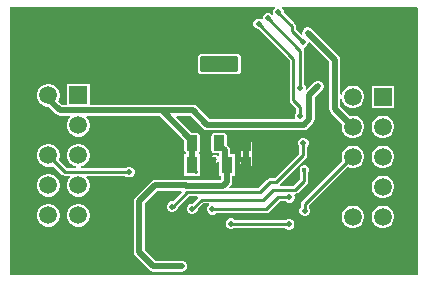
<source format=gbl>
G04*
G04 #@! TF.GenerationSoftware,Altium Limited,Altium Designer,24.5.2 (23)*
G04*
G04 Layer_Physical_Order=2*
G04 Layer_Color=16711680*
%FSLAX44Y44*%
%MOMM*%
G71*
G04*
G04 #@! TF.SameCoordinates,334194BA-0611-49C7-9BF9-9A22E77FB9F2*
G04*
G04*
G04 #@! TF.FilePolarity,Positive*
G04*
G01*
G75*
%ADD24C,0.5000*%
%ADD25C,0.2540*%
%ADD26C,1.5080*%
%ADD27R,1.5080X1.5080*%
%ADD28C,0.5000*%
%ADD29C,0.4000*%
%ADD30C,1.0000*%
%ADD31R,0.9144X1.4478*%
G04:AMPARAMS|DCode=32|XSize=3.24mm|YSize=1.31mm|CornerRadius=0.0983mm|HoleSize=0mm|Usage=FLASHONLY|Rotation=180.000|XOffset=0mm|YOffset=0mm|HoleType=Round|Shape=RoundedRectangle|*
%AMROUNDEDRECTD32*
21,1,3.2400,1.1135,0,0,180.0*
21,1,3.0435,1.3100,0,0,180.0*
1,1,0.1965,-1.5218,0.5568*
1,1,0.1965,1.5218,0.5568*
1,1,0.1965,1.5218,-0.5568*
1,1,0.1965,-1.5218,-0.5568*
%
%ADD32ROUNDEDRECTD32*%
G04:AMPARAMS|DCode=33|XSize=0.93mm|YSize=1.31mm|CornerRadius=0.0698mm|HoleSize=0mm|Usage=FLASHONLY|Rotation=180.000|XOffset=0mm|YOffset=0mm|HoleType=Round|Shape=RoundedRectangle|*
%AMROUNDEDRECTD33*
21,1,0.9300,1.1705,0,0,180.0*
21,1,0.7905,1.3100,0,0,180.0*
1,1,0.1395,-0.3953,0.5853*
1,1,0.1395,0.3953,0.5853*
1,1,0.1395,0.3953,-0.5853*
1,1,0.1395,-0.3953,-0.5853*
%
%ADD33ROUNDEDRECTD33*%
%ADD34C,0.3000*%
G36*
X1162549Y674734D02*
X1162549Y448319D01*
X817381D01*
Y675630D01*
X1041242Y675631D01*
X1041262Y675601D01*
X1041631Y674361D01*
X1040633Y673363D01*
X1039948Y671709D01*
Y669919D01*
X1040062Y669644D01*
X1038985Y668925D01*
X1038361Y669549D01*
X1036707Y670234D01*
X1034917D01*
X1033263Y669549D01*
X1031997Y668283D01*
X1031312Y666629D01*
Y665694D01*
X1030806Y665357D01*
X1030042Y665056D01*
X1028579Y665662D01*
X1026789D01*
X1025135Y664977D01*
X1023869Y663711D01*
X1023184Y662057D01*
Y660267D01*
X1023869Y658613D01*
X1025135Y657347D01*
X1026789Y656662D01*
X1027469D01*
X1053886Y630245D01*
Y596320D01*
X1054140Y595044D01*
X1054863Y593963D01*
X1059656Y589169D01*
Y585960D01*
X1059175Y585479D01*
X1058490Y583825D01*
Y582035D01*
X1058681Y581574D01*
X1057975Y580518D01*
X985931D01*
X975195Y591254D01*
X973706Y592249D01*
X971951Y592598D01*
X884570D01*
Y610250D01*
X865490D01*
Y592598D01*
X861503D01*
X857990Y596111D01*
X858520Y597028D01*
X859170Y599454D01*
Y601966D01*
X858520Y604392D01*
X857264Y606568D01*
X855488Y608344D01*
X853312Y609600D01*
X850886Y610250D01*
X848374D01*
X845948Y609600D01*
X843772Y608344D01*
X841996Y606568D01*
X840740Y604392D01*
X840090Y601966D01*
Y599454D01*
X840740Y597028D01*
X841996Y594852D01*
X843772Y593076D01*
X845948Y591820D01*
X848374Y591170D01*
X849954D01*
X856358Y584766D01*
X857847Y583771D01*
X859602Y583422D01*
X867854D01*
X868380Y582152D01*
X867396Y581168D01*
X866140Y578992D01*
X865490Y576566D01*
Y574054D01*
X866140Y571628D01*
X867396Y569452D01*
X869172Y567676D01*
X871348Y566420D01*
X873774Y565770D01*
X876286D01*
X878712Y566420D01*
X880888Y567676D01*
X882664Y569452D01*
X883920Y571628D01*
X884570Y574054D01*
Y576566D01*
X883920Y578992D01*
X882664Y581168D01*
X881680Y582152D01*
X882206Y583422D01*
X943979D01*
X964807Y562594D01*
Y554627D01*
X965016Y553575D01*
X965613Y552683D01*
X966199Y552291D01*
X965847Y551021D01*
X964724D01*
Y532543D01*
X974023D01*
X974368Y532474D01*
X974713Y532543D01*
X977868D01*
Y535698D01*
X977937Y536043D01*
X977868Y536388D01*
Y551021D01*
X977173D01*
X976821Y552291D01*
X977407Y552683D01*
X978003Y553575D01*
X978213Y554627D01*
Y566333D01*
X978003Y567385D01*
X977407Y568277D01*
X976515Y568873D01*
X975462Y569083D01*
X971296D01*
X958130Y582248D01*
X958616Y583422D01*
X970050D01*
X980786Y572686D01*
X982275Y571691D01*
X984031Y571342D01*
X1065890D01*
X1067645Y571691D01*
X1069134Y572686D01*
X1073922Y577474D01*
X1074917Y578962D01*
X1075266Y580718D01*
Y598877D01*
X1081474Y605086D01*
X1081725Y605462D01*
X1082045Y605781D01*
X1082218Y606198D01*
X1082469Y606574D01*
X1082557Y607018D01*
X1082730Y607435D01*
Y607887D01*
X1082818Y608330D01*
X1082730Y608773D01*
Y609225D01*
X1082557Y609642D01*
X1082469Y610086D01*
X1082218Y610462D01*
X1082045Y610879D01*
X1081725Y611199D01*
X1081474Y611574D01*
X1081098Y611825D01*
X1080779Y612145D01*
X1080362Y612318D01*
X1079986Y612569D01*
X1079542Y612657D01*
X1079125Y612830D01*
X1078673D01*
X1078230Y612918D01*
X1077787Y612830D01*
X1077335D01*
X1076917Y612657D01*
X1076474Y612569D01*
X1076098Y612318D01*
X1075681Y612145D01*
X1075361Y611825D01*
X1074986Y611574D01*
X1068361Y604950D01*
X1067285Y605670D01*
X1067490Y606165D01*
Y607955D01*
X1066805Y609609D01*
X1066324Y610090D01*
Y638556D01*
X1066070Y639832D01*
X1066026Y639898D01*
X1066062Y640210D01*
X1066589Y641341D01*
X1067825Y641853D01*
X1069091Y643119D01*
X1069776Y644773D01*
Y645075D01*
X1071046Y645601D01*
X1087612Y629035D01*
Y589280D01*
X1087961Y587524D01*
X1088956Y586036D01*
X1098279Y576712D01*
X1097900Y575296D01*
Y572784D01*
X1098550Y570358D01*
X1099806Y568182D01*
X1101582Y566406D01*
X1103758Y565150D01*
X1106184Y564500D01*
X1108696D01*
X1111122Y565150D01*
X1113298Y566406D01*
X1115074Y568182D01*
X1116330Y570358D01*
X1116980Y572784D01*
Y575296D01*
X1116330Y577722D01*
X1115074Y579898D01*
X1113298Y581674D01*
X1111122Y582930D01*
X1108696Y583580D01*
X1106184D01*
X1104768Y583201D01*
X1096788Y591180D01*
Y597427D01*
X1098058Y597594D01*
X1098550Y595758D01*
X1099806Y593582D01*
X1101582Y591806D01*
X1103758Y590550D01*
X1106184Y589900D01*
X1108696D01*
X1111122Y590550D01*
X1113298Y591806D01*
X1115074Y593582D01*
X1116330Y595758D01*
X1116980Y598184D01*
Y600696D01*
X1116330Y603122D01*
X1115074Y605298D01*
X1113298Y607074D01*
X1111122Y608330D01*
X1108696Y608980D01*
X1106184D01*
X1103758Y608330D01*
X1101582Y607074D01*
X1099806Y605298D01*
X1098550Y603122D01*
X1098058Y601286D01*
X1096788Y601453D01*
Y630936D01*
X1096439Y632692D01*
X1095444Y634180D01*
X1072584Y657040D01*
X1072208Y657291D01*
X1071889Y657611D01*
X1071472Y657784D01*
X1071096Y658035D01*
X1070652Y658123D01*
X1070235Y658296D01*
X1069783D01*
X1069340Y658384D01*
X1068897Y658296D01*
X1068445D01*
X1068027Y658123D01*
X1067584Y658035D01*
X1067208Y657784D01*
X1066791Y657611D01*
X1066471Y657291D01*
X1066096Y657040D01*
X1065845Y656665D01*
X1065525Y656345D01*
X1065352Y655928D01*
X1065101Y655552D01*
X1065013Y655108D01*
X1064840Y654691D01*
Y654239D01*
X1064752Y653796D01*
X1064840Y653353D01*
Y652901D01*
X1065013Y652484D01*
X1065023Y652432D01*
X1063853Y651806D01*
X1058958Y656701D01*
Y659529D01*
X1058704Y660805D01*
X1057981Y661887D01*
X1048948Y670920D01*
Y671709D01*
X1048263Y673363D01*
X1047265Y674361D01*
X1047634Y675601D01*
X1047654Y675631D01*
X1161651Y675632D01*
X1162549Y674734D01*
D02*
G37*
%LPC*%
G36*
X1009628Y635988D02*
X979193D01*
X978029Y635757D01*
X977042Y635098D01*
X976383Y634111D01*
X976152Y632948D01*
Y621813D01*
X976383Y620649D01*
X977042Y619662D01*
X978029Y619003D01*
X979193Y618772D01*
X1009628D01*
X1010791Y619003D01*
X1011778Y619662D01*
X1012437Y620649D01*
X1012668Y621813D01*
Y632948D01*
X1012437Y634111D01*
X1011778Y635098D01*
X1010791Y635757D01*
X1009628Y635988D01*
D02*
G37*
G36*
X1142380Y608980D02*
X1123300D01*
Y589900D01*
X1142380D01*
Y608980D01*
D02*
G37*
G36*
X1134096Y583580D02*
X1131584D01*
X1129158Y582930D01*
X1126982Y581674D01*
X1125206Y579898D01*
X1123950Y577722D01*
X1123300Y575296D01*
Y572784D01*
X1123950Y570358D01*
X1125206Y568182D01*
X1126982Y566406D01*
X1129158Y565150D01*
X1131584Y564500D01*
X1134096D01*
X1136522Y565150D01*
X1138698Y566406D01*
X1140474Y568182D01*
X1141730Y570358D01*
X1142380Y572784D01*
Y575296D01*
X1141730Y577722D01*
X1140474Y579898D01*
X1138698Y581674D01*
X1136522Y582930D01*
X1134096Y583580D01*
D02*
G37*
G36*
X998363Y569083D02*
X990458D01*
X989405Y568873D01*
X988513Y568277D01*
X987916Y567385D01*
X987707Y566333D01*
Y554627D01*
X987916Y553575D01*
X988513Y552683D01*
X989405Y552086D01*
X990458Y551877D01*
X994354D01*
Y550047D01*
X993671Y549703D01*
X993084Y549556D01*
X992130Y550194D01*
X990854Y550448D01*
X989578Y550194D01*
X988496Y549471D01*
X985194Y546169D01*
X984472Y545088D01*
X984218Y543812D01*
Y543163D01*
X984214Y543159D01*
X983492Y542078D01*
X983238Y540802D01*
X983492Y539526D01*
X984214Y538444D01*
X985296Y537721D01*
X986572Y537468D01*
X987848Y537721D01*
X988929Y538444D01*
X989910Y539425D01*
X990632Y540506D01*
X990886Y541782D01*
Y542431D01*
X993084Y544628D01*
X993614Y544553D01*
X994354Y544180D01*
Y543854D01*
X994442Y543411D01*
Y532543D01*
X996172D01*
Y529459D01*
X995557Y528844D01*
X967186D01*
X967101Y528880D01*
X966649D01*
X966206Y528968D01*
X939923D01*
X938168Y528618D01*
X936679Y527624D01*
X923602Y514546D01*
X922607Y513058D01*
X922258Y511302D01*
Y467614D01*
X922607Y465858D01*
X923602Y464370D01*
X935286Y452686D01*
X936774Y451691D01*
X938530Y451342D01*
X962660D01*
X963103Y451430D01*
X963555D01*
X963973Y451603D01*
X964416Y451691D01*
X964792Y451942D01*
X965209Y452115D01*
X965528Y452435D01*
X965904Y452686D01*
X966155Y453061D01*
X966475Y453381D01*
X966648Y453798D01*
X966899Y454174D01*
X966987Y454617D01*
X967160Y455035D01*
Y455487D01*
X967248Y455930D01*
X967160Y456373D01*
Y456825D01*
X966987Y457243D01*
X966899Y457686D01*
X966648Y458062D01*
X966475Y458479D01*
X966155Y458798D01*
X965904Y459174D01*
X965528Y459425D01*
X965209Y459745D01*
X964792Y459918D01*
X964416Y460169D01*
X963973Y460257D01*
X963555Y460430D01*
X963103D01*
X962660Y460518D01*
X940431D01*
X931434Y469515D01*
Y509402D01*
X941824Y519791D01*
X962139D01*
X962625Y518618D01*
X954983Y510976D01*
X953637D01*
X951983Y510291D01*
X950717Y509025D01*
X950032Y507371D01*
Y505581D01*
X950717Y503927D01*
X951983Y502661D01*
X953637Y501976D01*
X955427D01*
X957081Y502661D01*
X958347Y503927D01*
X959032Y505581D01*
Y505595D01*
X968732Y515295D01*
X975890D01*
X976416Y514025D01*
X971335Y508944D01*
X970655D01*
X969001Y508259D01*
X967735Y506993D01*
X967050Y505339D01*
Y503549D01*
X967735Y501895D01*
X969001Y500629D01*
X970655Y499944D01*
X972445D01*
X974099Y500629D01*
X975365Y501895D01*
X976050Y503549D01*
Y504229D01*
X980932Y509111D01*
X985557D01*
X985805Y508615D01*
X985946Y507841D01*
X984844Y506739D01*
X984159Y505085D01*
Y503295D01*
X984844Y501641D01*
X986110Y500375D01*
X987764Y499690D01*
X989554D01*
X991208Y500375D01*
X991689Y500856D01*
X1034158D01*
X1035434Y501110D01*
X1036516Y501833D01*
X1045687Y511004D01*
X1050786D01*
X1051266Y510523D01*
X1052920Y509838D01*
X1054711D01*
X1056365Y510523D01*
X1057630Y511789D01*
X1058316Y513443D01*
Y515233D01*
X1057958Y516096D01*
X1058807Y517366D01*
X1058926D01*
X1060202Y517620D01*
X1061283Y518343D01*
X1068694Y525753D01*
X1069417Y526835D01*
X1069671Y528111D01*
Y535224D01*
X1069728Y535280D01*
X1070337Y536751D01*
Y538342D01*
X1069728Y539812D01*
X1068603Y540937D01*
X1067132Y541546D01*
X1065541D01*
X1064071Y540937D01*
X1062946Y539812D01*
X1062337Y538342D01*
Y536751D01*
X1062946Y535280D01*
X1063003Y535224D01*
Y529492D01*
X1057545Y524034D01*
X1046136D01*
X1045610Y525304D01*
X1067905Y547599D01*
X1068628Y548681D01*
X1068881Y549957D01*
Y557114D01*
X1069436Y557668D01*
X1070121Y559322D01*
Y561113D01*
X1069436Y562766D01*
X1068170Y564032D01*
X1066516Y564717D01*
X1064726D01*
X1063072Y564032D01*
X1061806Y562766D01*
X1061121Y561113D01*
Y559322D01*
X1061806Y557668D01*
X1062213Y557261D01*
Y551338D01*
X1041260Y530384D01*
X1037336D01*
X1036060Y530130D01*
X1034978Y529408D01*
X1027534Y521964D01*
X1003314D01*
X1002828Y523137D01*
X1004004Y524314D01*
X1004999Y525802D01*
X1005348Y527558D01*
Y532543D01*
X1007586D01*
Y551021D01*
X1003530D01*
Y554048D01*
X1003181Y555804D01*
X1002186Y557292D01*
X1001113Y558366D01*
Y566333D01*
X1000903Y567385D01*
X1000307Y568277D01*
X999415Y568873D01*
X998363Y569083D01*
D02*
G37*
G36*
X876286Y559450D02*
X873774D01*
X871348Y558800D01*
X869172Y557544D01*
X867396Y555768D01*
X866140Y553592D01*
X865490Y551166D01*
Y548654D01*
X866140Y546228D01*
X867396Y544052D01*
X869172Y542276D01*
X871348Y541020D01*
X873124Y540544D01*
X872957Y539274D01*
X864981D01*
X858340Y545915D01*
X858520Y546228D01*
X859170Y548654D01*
Y551166D01*
X858520Y553592D01*
X857264Y555768D01*
X855488Y557544D01*
X853312Y558800D01*
X850886Y559450D01*
X848374D01*
X845948Y558800D01*
X843772Y557544D01*
X841996Y555768D01*
X840740Y553592D01*
X840090Y551166D01*
Y548654D01*
X840740Y546228D01*
X841996Y544052D01*
X843772Y542276D01*
X845948Y541020D01*
X848374Y540370D01*
X850886D01*
X853312Y541020D01*
X853624Y541200D01*
X861242Y533582D01*
X862324Y532860D01*
X863600Y532606D01*
X867838D01*
X868364Y531336D01*
X867396Y530368D01*
X866140Y528192D01*
X865490Y525766D01*
Y523254D01*
X866140Y520828D01*
X867396Y518652D01*
X869172Y516876D01*
X871348Y515620D01*
X873774Y514970D01*
X876286D01*
X878712Y515620D01*
X880888Y516876D01*
X882664Y518652D01*
X883920Y520828D01*
X884570Y523254D01*
Y525766D01*
X883920Y528192D01*
X882664Y530368D01*
X881696Y531336D01*
X882222Y532606D01*
X914926D01*
X915661Y531871D01*
X917315Y531186D01*
X919105D01*
X920759Y531871D01*
X922025Y533137D01*
X922710Y534791D01*
Y536581D01*
X922025Y538235D01*
X920759Y539501D01*
X919105Y540186D01*
X917315D01*
X915661Y539501D01*
X915434Y539274D01*
X877103D01*
X876936Y540544D01*
X878712Y541020D01*
X880888Y542276D01*
X882664Y544052D01*
X883920Y546228D01*
X884570Y548654D01*
Y551166D01*
X883920Y553592D01*
X882664Y555768D01*
X880888Y557544D01*
X878712Y558800D01*
X876286Y559450D01*
D02*
G37*
G36*
X1134096Y558180D02*
X1131584D01*
X1129158Y557530D01*
X1126982Y556274D01*
X1125206Y554498D01*
X1123950Y552322D01*
X1123300Y549896D01*
Y547384D01*
X1123950Y544958D01*
X1125206Y542782D01*
X1126982Y541006D01*
X1129158Y539750D01*
X1131584Y539100D01*
X1134096D01*
X1136522Y539750D01*
X1138698Y541006D01*
X1140474Y542782D01*
X1141730Y544958D01*
X1142380Y547384D01*
Y549896D01*
X1141730Y552322D01*
X1140474Y554498D01*
X1138698Y556274D01*
X1136522Y557530D01*
X1134096Y558180D01*
D02*
G37*
G36*
X1108696D02*
X1106184D01*
X1103758Y557530D01*
X1101582Y556274D01*
X1099806Y554498D01*
X1098550Y552322D01*
X1097900Y549896D01*
Y547384D01*
X1098456Y545308D01*
X1064443Y511294D01*
X1063720Y510212D01*
X1063466Y508936D01*
Y505853D01*
X1062985Y505372D01*
X1062300Y503718D01*
Y501928D01*
X1062985Y500274D01*
X1064251Y499008D01*
X1065905Y498323D01*
X1067695D01*
X1069349Y499008D01*
X1070615Y500274D01*
X1071300Y501928D01*
Y503718D01*
X1070615Y505372D01*
X1070134Y505853D01*
Y507555D01*
X1102852Y540273D01*
X1103758Y539750D01*
X1106184Y539100D01*
X1108696D01*
X1111122Y539750D01*
X1113298Y541006D01*
X1115074Y542782D01*
X1116330Y544958D01*
X1116980Y547384D01*
Y549896D01*
X1116330Y552322D01*
X1115074Y554498D01*
X1113298Y556274D01*
X1111122Y557530D01*
X1108696Y558180D01*
D02*
G37*
G36*
X1017270Y565028D02*
X1015514Y564679D01*
X1014026Y563684D01*
X1013031Y562196D01*
X1012682Y560440D01*
X1012702Y560340D01*
Y545270D01*
X1012412Y544836D01*
X1012158Y543560D01*
X1012412Y542284D01*
X1012697Y541857D01*
X1012682Y541782D01*
X1013031Y540026D01*
X1014026Y538538D01*
X1015514Y537543D01*
X1017270Y537194D01*
X1019026Y537543D01*
X1020514Y538538D01*
X1020534Y538558D01*
X1021529Y540046D01*
X1021878Y541802D01*
Y560420D01*
X1021529Y562176D01*
X1020534Y563664D01*
X1020514Y563684D01*
X1019026Y564679D01*
X1017270Y565028D01*
D02*
G37*
G36*
X850886Y534050D02*
X848374D01*
X845948Y533400D01*
X843772Y532144D01*
X841996Y530368D01*
X840740Y528192D01*
X840090Y525766D01*
Y523254D01*
X840740Y520828D01*
X841996Y518652D01*
X843772Y516876D01*
X845948Y515620D01*
X848374Y514970D01*
X850886D01*
X853312Y515620D01*
X855488Y516876D01*
X857264Y518652D01*
X858520Y520828D01*
X859170Y523254D01*
Y525766D01*
X858520Y528192D01*
X857264Y530368D01*
X855488Y532144D01*
X853312Y533400D01*
X850886Y534050D01*
D02*
G37*
G36*
X1134096Y532780D02*
X1131584D01*
X1129158Y532130D01*
X1126982Y530874D01*
X1125206Y529098D01*
X1123950Y526922D01*
X1123300Y524496D01*
Y521984D01*
X1123950Y519558D01*
X1125206Y517382D01*
X1126982Y515606D01*
X1129158Y514350D01*
X1131584Y513700D01*
X1134096D01*
X1136522Y514350D01*
X1138698Y515606D01*
X1140474Y517382D01*
X1141730Y519558D01*
X1142380Y521984D01*
Y524496D01*
X1141730Y526922D01*
X1140474Y529098D01*
X1138698Y530874D01*
X1136522Y532130D01*
X1134096Y532780D01*
D02*
G37*
G36*
X876286Y508650D02*
X873774D01*
X871348Y508000D01*
X869172Y506744D01*
X867396Y504968D01*
X866140Y502792D01*
X865490Y500366D01*
Y497854D01*
X866140Y495428D01*
X867396Y493252D01*
X869172Y491476D01*
X871348Y490220D01*
X873774Y489570D01*
X876286D01*
X878712Y490220D01*
X880888Y491476D01*
X882664Y493252D01*
X883920Y495428D01*
X884570Y497854D01*
Y500366D01*
X883920Y502792D01*
X882664Y504968D01*
X880888Y506744D01*
X878712Y508000D01*
X876286Y508650D01*
D02*
G37*
G36*
X850886D02*
X848374D01*
X845948Y508000D01*
X843772Y506744D01*
X841996Y504968D01*
X840740Y502792D01*
X840090Y500366D01*
Y497854D01*
X840740Y495428D01*
X841996Y493252D01*
X843772Y491476D01*
X845948Y490220D01*
X848374Y489570D01*
X850886D01*
X853312Y490220D01*
X855488Y491476D01*
X857264Y493252D01*
X858520Y495428D01*
X859170Y497854D01*
Y500366D01*
X858520Y502792D01*
X857264Y504968D01*
X855488Y506744D01*
X853312Y508000D01*
X850886Y508650D01*
D02*
G37*
G36*
X1134096Y507380D02*
X1131584D01*
X1129158Y506730D01*
X1126982Y505474D01*
X1125206Y503698D01*
X1123950Y501522D01*
X1123300Y499096D01*
Y496584D01*
X1123950Y494158D01*
X1125206Y491982D01*
X1126982Y490206D01*
X1129158Y488950D01*
X1131584Y488300D01*
X1134096D01*
X1136522Y488950D01*
X1138698Y490206D01*
X1140474Y491982D01*
X1141730Y494158D01*
X1142380Y496584D01*
Y499096D01*
X1141730Y501522D01*
X1140474Y503698D01*
X1138698Y505474D01*
X1136522Y506730D01*
X1134096Y507380D01*
D02*
G37*
G36*
X1108696D02*
X1106184D01*
X1103758Y506730D01*
X1101582Y505474D01*
X1099806Y503698D01*
X1098550Y501522D01*
X1097900Y499096D01*
Y496584D01*
X1098550Y494158D01*
X1099806Y491982D01*
X1101582Y490206D01*
X1103758Y488950D01*
X1106184Y488300D01*
X1108696D01*
X1111122Y488950D01*
X1113298Y490206D01*
X1115074Y491982D01*
X1116330Y494158D01*
X1116980Y496584D01*
Y499096D01*
X1116330Y501522D01*
X1115074Y503698D01*
X1113298Y505474D01*
X1111122Y506730D01*
X1108696Y507380D01*
D02*
G37*
G36*
X1005097Y496526D02*
X1003307D01*
X1001653Y495841D01*
X1000387Y494576D01*
X999702Y492922D01*
Y491132D01*
X1000387Y489478D01*
X1001653Y488212D01*
X1003307Y487527D01*
X1005097D01*
X1006751Y488212D01*
X1006963Y488424D01*
X1050226D01*
X1050975Y487675D01*
X1052629Y486990D01*
X1054419D01*
X1056073Y487675D01*
X1057339Y488941D01*
X1058024Y490595D01*
Y492385D01*
X1057339Y494039D01*
X1056073Y495305D01*
X1054419Y495990D01*
X1052629D01*
X1050975Y495305D01*
X1050762Y495092D01*
X1007500D01*
X1006751Y495841D01*
X1005097Y496526D01*
D02*
G37*
%LPD*%
D24*
X1069340Y653796D02*
X1092200Y630936D01*
Y589280D02*
Y630936D01*
X926846Y511302D02*
X939923Y524380D01*
X966206D01*
X926846Y467614D02*
Y511302D01*
X966216Y524256D02*
X997458D01*
X938530Y455930D02*
X962660D01*
X926846Y467614D02*
X938530Y455930D01*
X998942Y543854D02*
Y554048D01*
X859602Y588010D02*
X945880D01*
X849630Y597982D02*
X859602Y588010D01*
X849630Y597982D02*
Y600710D01*
X1000760Y527558D02*
Y541528D01*
X1001014Y541782D01*
X997458Y524256D02*
X1000760Y527558D01*
X945880Y588010D02*
X971951D01*
X945880D02*
X971510Y562380D01*
Y560480D02*
Y562380D01*
X1017270Y560440D02*
X1017290Y560420D01*
Y541802D02*
Y560420D01*
X1017270Y541782D02*
X1017290Y541802D01*
X998942Y543854D02*
X1001014Y541782D01*
X994410Y558580D02*
X998942Y554048D01*
X994410Y558580D02*
Y560480D01*
X971403Y541889D02*
Y560373D01*
X971296Y541782D02*
X971403Y541889D01*
Y560373D02*
X971510Y560480D01*
X971951Y588010D02*
X984031Y575930D01*
X1070678Y580718D02*
Y600778D01*
X1065890Y575930D02*
X1070678Y580718D01*
X984031Y575930D02*
X1065890D01*
X971296Y539115D02*
Y541782D01*
X1070678Y600778D02*
X1078230Y608330D01*
X1092200Y589280D02*
X1107440Y574040D01*
D25*
X1044448Y670705D02*
X1055624Y659529D01*
Y655320D02*
X1065276Y645668D01*
X1055624Y655320D02*
Y659529D01*
X1044448Y670705D02*
Y670814D01*
X954532Y506476D02*
X955198D01*
X967351Y518629D02*
X1028915D01*
X955198Y506476D02*
X967351Y518629D01*
X988659Y504190D02*
X1034158D01*
X971550Y504444D02*
X979551Y512445D01*
X1031621D01*
X1004202Y492026D02*
X1004470Y491758D01*
X1053256D02*
X1053524Y491490D01*
X1004470Y491758D02*
X1053256D01*
X1058926Y520700D02*
X1066337Y528111D01*
Y537546D01*
X1039876Y520700D02*
X1058926D01*
X1044318Y514338D02*
X1053816D01*
X1044318D02*
Y514350D01*
X1066800Y508936D02*
X1108049Y550186D01*
X1031621Y512445D02*
X1039876Y520700D01*
X1028915Y518629D02*
X1037336Y527050D01*
X1034158Y504190D02*
X1044318Y514350D01*
X1065547Y549957D02*
Y560144D01*
X1065621Y560218D01*
X1042641Y527050D02*
X1065547Y549957D01*
X1037336Y527050D02*
X1042641D01*
X1035812Y665734D02*
X1062990Y638556D01*
Y607060D02*
Y638556D01*
X1027684Y661162D02*
X1057220Y631626D01*
Y596320D02*
Y631626D01*
X917956Y535940D02*
X918210Y535686D01*
X863600Y535940D02*
X917956D01*
X849630Y549910D02*
X863600Y535940D01*
X1066800Y502823D02*
Y508936D01*
X968583Y536402D02*
X971296Y539115D01*
X1057220Y596320D02*
X1062990Y590550D01*
Y582930D02*
Y590550D01*
X1015492Y543560D02*
X1017270Y541782D01*
X986572Y540802D02*
X987552Y541782D01*
X1017270Y560440D02*
X1017310Y560480D01*
X987552Y541782D02*
Y543812D01*
X990854Y547114D01*
D26*
X1107440Y497840D02*
D03*
X1132840D02*
D03*
X1107440Y523240D02*
D03*
X1132840D02*
D03*
X1107440Y548640D02*
D03*
X1132840D02*
D03*
X1107440Y574040D02*
D03*
X1132840D02*
D03*
X1107440Y599440D02*
D03*
X849630Y499110D02*
D03*
X875030D02*
D03*
X849630Y524510D02*
D03*
X875030D02*
D03*
X849630Y549910D02*
D03*
X875030D02*
D03*
X849630Y575310D02*
D03*
X875030D02*
D03*
X849630Y600710D02*
D03*
D27*
X1132840Y599440D02*
D03*
X875030Y600710D02*
D03*
D28*
X1069340Y653796D02*
D03*
X1065276Y645668D02*
D03*
X1044448Y670814D02*
D03*
X966206Y524380D02*
D03*
X954532Y506476D02*
D03*
X988659Y504190D02*
D03*
X971550Y504444D02*
D03*
X1004202Y492026D02*
D03*
X1053524Y491490D02*
D03*
X1053816Y514338D02*
D03*
X1065621Y560218D02*
D03*
X1035812Y665734D02*
D03*
X1027684Y661162D02*
D03*
X918210Y535686D02*
D03*
X1062990Y607060D02*
D03*
Y582930D02*
D03*
X1066800Y502823D02*
D03*
X1078230Y608330D02*
D03*
X962660Y455930D02*
D03*
D29*
X1066337Y537546D02*
D03*
D30*
X991362Y627888D02*
D03*
D31*
X1001014Y541782D02*
D03*
X1017270D02*
D03*
X971296D02*
D03*
X987552D02*
D03*
D32*
X994410Y627380D02*
D03*
D33*
X971510Y560480D02*
D03*
X994410D02*
D03*
X1017310D02*
D03*
D34*
X971296Y539115D02*
X974368Y536043D01*
M02*

</source>
